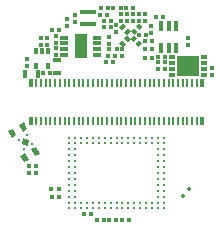
<source format=gbs>
G75*
%MOIN*%
%OFA0B0*%
%FSLAX25Y25*%
%IPPOS*%
%LPD*%
%AMOC8*
5,1,8,0,0,1.08239X$1,22.5*
%
%ADD10R,0.01106X0.03153*%
%ADD11R,0.01578X0.03153*%
%ADD12R,0.01578X0.03546*%
%ADD13R,0.01381X0.01972*%
%ADD14R,0.02956X0.01184*%
%ADD15R,0.04137X0.08074*%
%ADD16R,0.01381X0.01775*%
%ADD17R,0.01775X0.01381*%
%ADD18R,0.01775X0.02562*%
%ADD19R,0.07287X0.06696*%
%ADD20R,0.02365X0.01381*%
%ADD21R,0.02562X0.01775*%
%ADD22C,0.01381*%
%ADD23C,0.00987*%
%ADD24R,0.02090X0.02090*%
%ADD25C,0.01027*%
D10*
X0033285Y0082944D03*
X0034860Y0082944D03*
X0036435Y0082944D03*
X0038010Y0082944D03*
X0039584Y0082944D03*
X0041159Y0082944D03*
X0042734Y0082944D03*
X0044309Y0082944D03*
X0045884Y0082944D03*
X0047458Y0082944D03*
X0049033Y0082944D03*
X0050608Y0082944D03*
X0052183Y0082944D03*
X0053758Y0082944D03*
X0055332Y0082944D03*
X0056907Y0082944D03*
X0058482Y0082944D03*
X0060057Y0082944D03*
X0061632Y0082944D03*
X0063206Y0082944D03*
X0064781Y0082944D03*
X0066356Y0082944D03*
X0067931Y0082944D03*
X0069506Y0082944D03*
X0071080Y0082944D03*
X0072655Y0082944D03*
X0074230Y0082944D03*
X0075805Y0082944D03*
X0077380Y0082944D03*
X0078954Y0082944D03*
X0080529Y0082944D03*
X0082104Y0082944D03*
X0083679Y0082944D03*
X0085254Y0082944D03*
X0086828Y0082944D03*
X0086828Y0095424D03*
X0085254Y0095424D03*
X0083679Y0095424D03*
X0082104Y0095424D03*
X0080529Y0095424D03*
X0078954Y0095424D03*
X0077380Y0095424D03*
X0075805Y0095424D03*
X0074230Y0095424D03*
X0072655Y0095424D03*
X0071080Y0095424D03*
X0069506Y0095424D03*
X0067931Y0095424D03*
X0066356Y0095424D03*
X0064781Y0095424D03*
X0063206Y0095424D03*
X0061632Y0095424D03*
X0060057Y0095424D03*
X0058482Y0095424D03*
X0056907Y0095424D03*
X0055332Y0095424D03*
X0053758Y0095424D03*
X0052183Y0095424D03*
X0050608Y0095424D03*
X0049033Y0095424D03*
X0047458Y0095424D03*
X0045884Y0095424D03*
X0044309Y0095424D03*
X0042734Y0095424D03*
X0041159Y0095424D03*
X0039584Y0095424D03*
X0038010Y0095424D03*
X0036435Y0095424D03*
X0034860Y0095424D03*
X0033285Y0095424D03*
D11*
X0031415Y0095424D03*
X0031415Y0082944D03*
X0088698Y0082944D03*
X0088698Y0095424D03*
D12*
X0080017Y0107373D03*
X0077458Y0107373D03*
X0074899Y0107373D03*
X0074899Y0114460D03*
X0077458Y0114460D03*
X0080017Y0114460D03*
D13*
X0037143Y0106310D03*
X0035175Y0106310D03*
X0033206Y0106310D03*
X0033206Y0101192D03*
X0037143Y0101192D03*
D14*
X0042576Y0104814D03*
X0042576Y0106782D03*
X0042576Y0108751D03*
X0042576Y0110719D03*
X0053600Y0110719D03*
X0053600Y0108751D03*
X0053600Y0106782D03*
X0053600Y0104814D03*
D15*
X0048088Y0107767D03*
D16*
X0038403Y0057688D03*
X0040765Y0057688D03*
X0040726Y0060247D03*
X0038364Y0060247D03*
X0033285Y0065562D03*
X0033285Y0067924D03*
X0030923Y0067924D03*
X0030923Y0065562D03*
X0049159Y0051773D03*
X0051521Y0051773D03*
X0053370Y0049971D03*
X0055732Y0049971D03*
X0057655Y0049932D03*
X0060017Y0049932D03*
X0061986Y0049971D03*
X0064348Y0049971D03*
X0037931Y0098869D03*
X0035569Y0098869D03*
X0038639Y0113278D03*
X0041002Y0113278D03*
X0054545Y0118160D03*
X0055720Y0116349D03*
X0056907Y0118160D03*
X0058082Y0116349D03*
X0058082Y0114381D03*
X0055720Y0114381D03*
X0054781Y0120444D03*
X0057143Y0120444D03*
X0059033Y0120444D03*
X0061395Y0120444D03*
X0063285Y0120444D03*
X0065647Y0120444D03*
G36*
X0068700Y0114290D02*
X0067724Y0113314D01*
X0066470Y0114568D01*
X0067446Y0115544D01*
X0068700Y0114290D01*
G37*
X0067537Y0111625D03*
G36*
X0067030Y0112619D02*
X0066054Y0111643D01*
X0064800Y0112897D01*
X0065776Y0113873D01*
X0067030Y0112619D01*
G37*
G36*
X0065697Y0109377D02*
X0064721Y0110353D01*
X0065975Y0111607D01*
X0066951Y0110631D01*
X0065697Y0109377D01*
G37*
G36*
X0067367Y0107706D02*
X0066391Y0108682D01*
X0067645Y0109936D01*
X0068621Y0108960D01*
X0067367Y0107706D01*
G37*
X0069506Y0106900D03*
X0069584Y0109420D03*
X0069899Y0111625D03*
X0071947Y0109420D03*
X0071868Y0106900D03*
X0071868Y0103908D03*
X0069506Y0103908D03*
X0073994Y0104381D03*
X0073994Y0102412D03*
X0073994Y0100365D03*
X0076356Y0100365D03*
X0076356Y0102412D03*
X0076356Y0104381D03*
X0075647Y0117452D03*
X0073285Y0117452D03*
G36*
X0063787Y0113873D02*
X0064763Y0112897D01*
X0063509Y0111643D01*
X0062533Y0112619D01*
X0063787Y0113873D01*
G37*
G36*
X0062117Y0115544D02*
X0063093Y0114568D01*
X0061839Y0113314D01*
X0060863Y0114290D01*
X0062117Y0115544D01*
G37*
G36*
X0062533Y0110631D02*
X0063509Y0111607D01*
X0064763Y0110353D01*
X0063787Y0109377D01*
X0062533Y0110631D01*
G37*
G36*
X0060863Y0108960D02*
X0061839Y0109936D01*
X0063093Y0108682D01*
X0062117Y0107706D01*
X0060863Y0108960D01*
G37*
X0060057Y0106900D03*
X0057695Y0106900D03*
X0057143Y0104460D03*
X0056513Y0102412D03*
X0058876Y0102412D03*
X0059506Y0104460D03*
D17*
X0062025Y0104538D03*
X0062025Y0106900D03*
X0059832Y0112461D03*
X0059832Y0114823D03*
X0061632Y0116349D03*
X0061632Y0118711D03*
X0063600Y0118711D03*
X0063600Y0116349D03*
X0065569Y0116349D03*
X0067537Y0116349D03*
X0067537Y0118711D03*
X0065569Y0118711D03*
X0069506Y0118711D03*
X0069506Y0116349D03*
X0071632Y0114696D03*
X0071632Y0112334D03*
X0083836Y0110680D03*
X0083836Y0108318D03*
X0091817Y0100574D03*
X0091817Y0098212D03*
X0057657Y0108610D03*
X0057657Y0110972D03*
X0046356Y0115877D03*
X0046356Y0118239D03*
X0043443Y0117058D03*
X0043443Y0114696D03*
X0039899Y0111389D03*
X0039899Y0109026D03*
X0039899Y0107373D03*
X0039899Y0105011D03*
X0036986Y0108239D03*
X0034939Y0108239D03*
X0034939Y0110601D03*
X0036986Y0110601D03*
X0030214Y0103436D03*
X0030214Y0101074D03*
D18*
X0029610Y0098711D03*
X0033810Y0098711D03*
G36*
X0027504Y0081565D02*
X0029054Y0082428D01*
X0030300Y0080191D01*
X0028750Y0079328D01*
X0027504Y0081565D01*
G37*
G36*
X0023834Y0079522D02*
X0025384Y0080385D01*
X0026630Y0078148D01*
X0025080Y0077285D01*
X0023834Y0079522D01*
G37*
G36*
X0028028Y0071381D02*
X0029578Y0072244D01*
X0030824Y0070007D01*
X0029274Y0069144D01*
X0028028Y0071381D01*
G37*
G36*
X0031698Y0073423D02*
X0033248Y0074286D01*
X0034494Y0072049D01*
X0032944Y0071186D01*
X0031698Y0073423D01*
G37*
D19*
X0083823Y0101348D03*
D20*
X0089137Y0100364D03*
X0089137Y0102332D03*
X0089137Y0104301D03*
X0089137Y0098395D03*
X0078508Y0098395D03*
X0078508Y0100364D03*
X0078508Y0102332D03*
X0078508Y0104301D03*
D21*
X0051947Y0115115D03*
X0051947Y0119315D03*
X0049112Y0119315D03*
X0049112Y0115115D03*
X0040214Y0103095D03*
X0040214Y0098895D03*
D22*
X0082176Y0057947D03*
X0084338Y0060093D03*
D23*
X0075805Y0059656D03*
X0075805Y0057688D03*
X0075805Y0055719D03*
X0075805Y0053751D03*
X0073836Y0053751D03*
X0073836Y0055719D03*
X0073836Y0057688D03*
X0073836Y0059656D03*
X0073836Y0061625D03*
X0073836Y0063593D03*
X0073836Y0065562D03*
X0073836Y0067530D03*
X0073836Y0069499D03*
X0073836Y0071467D03*
X0073836Y0073436D03*
X0073836Y0075404D03*
X0073836Y0077373D03*
X0071868Y0077373D03*
X0071868Y0075404D03*
X0069899Y0075404D03*
X0069899Y0077373D03*
X0067931Y0077373D03*
X0067931Y0075404D03*
X0065962Y0075404D03*
X0065962Y0077373D03*
X0063994Y0077373D03*
X0063994Y0075404D03*
X0062025Y0075404D03*
X0062025Y0077373D03*
X0060057Y0077373D03*
X0060057Y0075404D03*
X0058088Y0075404D03*
X0056120Y0075404D03*
X0056120Y0077373D03*
X0058088Y0077373D03*
X0054151Y0077373D03*
X0054151Y0075404D03*
X0052183Y0075404D03*
X0052183Y0077373D03*
X0050214Y0077373D03*
X0050214Y0075404D03*
X0048246Y0075404D03*
X0048246Y0077373D03*
X0046277Y0077373D03*
X0046277Y0075404D03*
X0046277Y0073436D03*
X0046277Y0071467D03*
X0046277Y0069499D03*
X0046277Y0067530D03*
X0046277Y0065562D03*
X0046277Y0063593D03*
X0046277Y0061625D03*
X0044309Y0061625D03*
X0044309Y0063593D03*
X0044309Y0065562D03*
X0044309Y0067530D03*
X0044309Y0069499D03*
X0044309Y0071467D03*
X0044309Y0073436D03*
X0044309Y0075404D03*
X0044309Y0077373D03*
X0044309Y0059656D03*
X0044309Y0057688D03*
X0044309Y0055719D03*
X0044309Y0053751D03*
X0046277Y0053751D03*
X0046277Y0055719D03*
X0046277Y0057688D03*
X0046277Y0059656D03*
X0048246Y0055719D03*
X0048246Y0053751D03*
X0050214Y0053751D03*
X0050214Y0055719D03*
X0052183Y0055719D03*
X0052183Y0053751D03*
X0054151Y0053751D03*
X0054151Y0055719D03*
X0056120Y0055719D03*
X0056120Y0053751D03*
X0058088Y0053751D03*
X0058088Y0055719D03*
X0060057Y0055719D03*
X0060057Y0053751D03*
X0062025Y0053751D03*
X0062025Y0055719D03*
X0063994Y0055719D03*
X0063994Y0053751D03*
X0065962Y0053751D03*
X0065962Y0055719D03*
X0067931Y0055719D03*
X0067931Y0053751D03*
X0069899Y0053751D03*
X0069899Y0055719D03*
X0071868Y0055719D03*
X0071868Y0053751D03*
X0075805Y0061625D03*
X0075805Y0063593D03*
X0075805Y0065562D03*
X0075805Y0067530D03*
X0075805Y0069499D03*
X0075805Y0071467D03*
X0075805Y0073436D03*
X0075805Y0075404D03*
X0075805Y0077373D03*
D24*
G36*
X0031000Y0076638D02*
X0030427Y0074629D01*
X0028418Y0075202D01*
X0028991Y0077211D01*
X0031000Y0076638D01*
G37*
D25*
X0031946Y0075138D03*
X0030223Y0078234D03*
X0027471Y0076702D03*
X0029194Y0073606D03*
M02*

</source>
